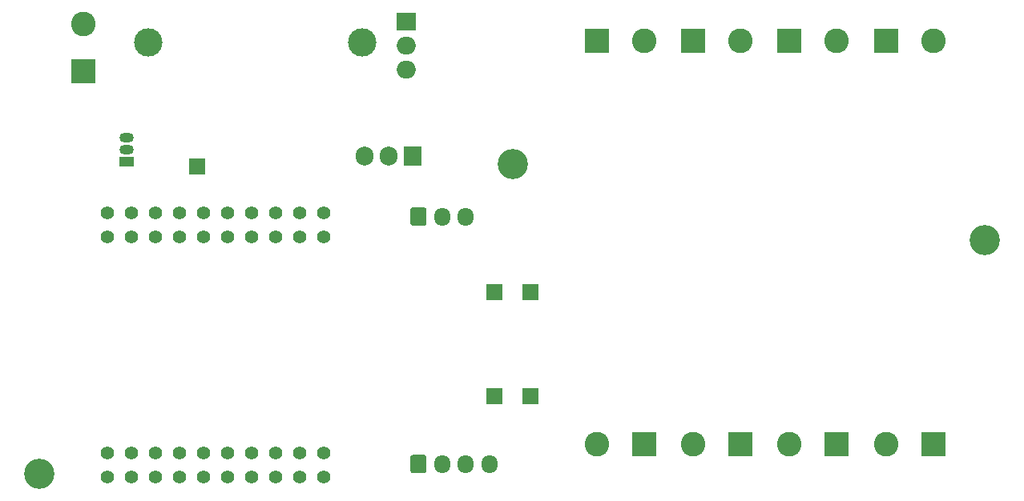
<source format=gbs>
G04 #@! TF.GenerationSoftware,KiCad,Pcbnew,5.1.11-e4df9d881f~92~ubuntu20.04.1*
G04 #@! TF.CreationDate,2021-10-31T15:28:21+01:00*
G04 #@! TF.ProjectId,CC dimmer low voltage,43432064-696d-46d6-9572-206c6f772076,0.96*
G04 #@! TF.SameCoordinates,Original*
G04 #@! TF.FileFunction,Soldermask,Bot*
G04 #@! TF.FilePolarity,Negative*
%FSLAX46Y46*%
G04 Gerber Fmt 4.6, Leading zero omitted, Abs format (unit mm)*
G04 Created by KiCad (PCBNEW 5.1.11-e4df9d881f~92~ubuntu20.04.1) date 2021-10-31 15:28:21*
%MOMM*%
%LPD*%
G01*
G04 APERTURE LIST*
%ADD10C,2.600000*%
%ADD11R,2.600000X2.600000*%
%ADD12C,3.000000*%
%ADD13C,1.400000*%
%ADD14R,1.700000X1.700000*%
%ADD15C,3.200000*%
%ADD16O,1.700000X1.950000*%
%ADD17O,2.000000X1.905000*%
%ADD18R,2.000000X1.905000*%
%ADD19O,1.500000X1.050000*%
%ADD20R,1.500000X1.050000*%
%ADD21R,1.905000X2.000000*%
%ADD22O,1.905000X2.000000*%
G04 APERTURE END LIST*
D10*
X173046400Y-58039000D03*
D11*
X168046400Y-58039000D03*
D12*
X143281400Y-58242200D03*
X120681400Y-58242200D03*
D13*
X139192000Y-76276200D03*
X139192000Y-78816200D03*
X136652000Y-76276200D03*
X136652000Y-78816200D03*
X134112000Y-76276200D03*
X134112000Y-78816200D03*
X131572000Y-76276200D03*
X131572000Y-78816200D03*
X129032000Y-76276200D03*
X129032000Y-78816200D03*
X126492000Y-76276200D03*
X126492000Y-78816200D03*
X123952000Y-76276200D03*
X123952000Y-78816200D03*
X121412000Y-76276200D03*
X121412000Y-78816200D03*
X118872000Y-76276200D03*
X118872000Y-78816200D03*
X116332000Y-76276200D03*
X116332000Y-78816200D03*
X139192000Y-101676200D03*
X139192000Y-104216200D03*
X136652000Y-101676200D03*
X136652000Y-104216200D03*
X134112000Y-101676200D03*
X134112000Y-104216200D03*
X131572000Y-101676200D03*
X131572000Y-104216200D03*
X129032000Y-101676200D03*
X129032000Y-104216200D03*
X126492000Y-101676200D03*
X126492000Y-104216200D03*
X123952000Y-101676200D03*
X123952000Y-104216200D03*
X121412000Y-101676200D03*
X121412000Y-104216200D03*
X118872000Y-101676200D03*
X118872000Y-104216200D03*
X116332000Y-104216200D03*
X116332000Y-101676200D03*
D14*
X161023300Y-95645000D03*
X161023300Y-84645000D03*
D15*
X159202000Y-71145000D03*
X109169200Y-103886000D03*
X209016600Y-79121000D03*
G36*
G01*
X148352000Y-77382200D02*
X148352000Y-75932200D01*
G75*
G02*
X148602000Y-75682200I250000J0D01*
G01*
X149802000Y-75682200D01*
G75*
G02*
X150052000Y-75932200I0J-250000D01*
G01*
X150052000Y-77382200D01*
G75*
G02*
X149802000Y-77632200I-250000J0D01*
G01*
X148602000Y-77632200D01*
G75*
G02*
X148352000Y-77382200I0J250000D01*
G01*
G37*
D16*
X151702000Y-76657200D03*
X154202000Y-76657200D03*
G36*
G01*
X148352000Y-103569600D02*
X148352000Y-102119600D01*
G75*
G02*
X148602000Y-101869600I250000J0D01*
G01*
X149802000Y-101869600D01*
G75*
G02*
X150052000Y-102119600I0J-250000D01*
G01*
X150052000Y-103569600D01*
G75*
G02*
X149802000Y-103819600I-250000J0D01*
G01*
X148602000Y-103819600D01*
G75*
G02*
X148352000Y-103569600I0J250000D01*
G01*
G37*
X151702000Y-102844600D03*
X154202000Y-102844600D03*
X156702000Y-102844600D03*
D14*
X157202000Y-84645000D03*
X157202000Y-95645000D03*
X125780800Y-71374000D03*
D17*
X147904200Y-61087000D03*
X147904200Y-58547000D03*
D18*
X147904200Y-56007000D03*
D19*
X118389400Y-69596000D03*
X118389400Y-68326000D03*
D20*
X118389400Y-70866000D03*
D21*
X148590000Y-70281800D03*
D22*
X146050000Y-70281800D03*
X143510000Y-70281800D03*
D10*
X183231800Y-58039000D03*
D11*
X178231800Y-58039000D03*
D10*
X193417200Y-58039000D03*
D11*
X188417200Y-58039000D03*
D10*
X203602600Y-58039000D03*
D11*
X198602600Y-58039000D03*
X203606400Y-100736400D03*
D10*
X198606400Y-100736400D03*
D11*
X193421000Y-100736400D03*
D10*
X188421000Y-100736400D03*
D11*
X183235600Y-100711000D03*
D10*
X178235600Y-100711000D03*
D11*
X173050200Y-100711000D03*
D10*
X168050200Y-100711000D03*
D11*
X113792000Y-61290200D03*
D10*
X113792000Y-56290200D03*
M02*

</source>
